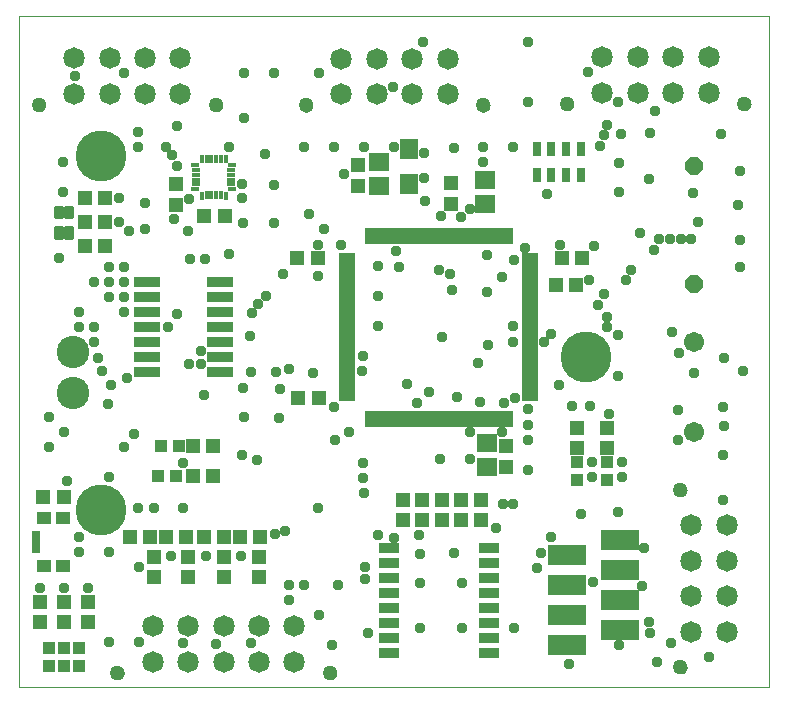
<source format=gts>
G75*
%MOIN*%
%OFA0B0*%
%FSLAX25Y25*%
%IPPOS*%
%LPD*%
%AMOC8*
5,1,8,0,0,1.08239X$1,22.5*
%
%ADD10C,0.00000*%
%ADD11R,0.03950X0.03950*%
%ADD12C,0.06706*%
%ADD13R,0.05052X0.04934*%
%ADD14R,0.07099X0.05918*%
%ADD15R,0.04934X0.05052*%
%ADD16C,0.01593*%
%ADD17R,0.08800X0.03400*%
%ADD18R,0.04737X0.05131*%
%ADD19R,0.05131X0.04737*%
%ADD20C,0.10800*%
%ADD21R,0.06800X0.03300*%
%ADD22R,0.03162X0.05131*%
%ADD23OC8,0.05950*%
%ADD24R,0.12611X0.06706*%
%ADD25R,0.01780X0.00414*%
%ADD26R,0.00414X0.01790*%
%ADD27R,0.01796X0.00398*%
%ADD28R,0.00404X0.01778*%
%ADD29R,0.00413X0.01781*%
%ADD30R,0.01799X0.00425*%
%ADD31R,0.00409X0.01784*%
%ADD32R,0.01778X0.00402*%
%ADD33R,0.01784X0.02749*%
%ADD34R,0.01784X0.03162*%
%ADD35R,0.02749X0.01784*%
%ADD36R,0.03162X0.01784*%
%ADD37R,0.04737X0.04343*%
%ADD38R,0.02965X0.07493*%
%ADD39R,0.06312X0.07099*%
%ADD40R,0.01981X0.05524*%
%ADD41R,0.05524X0.01981*%
%ADD42C,0.07178*%
%ADD43C,0.05013*%
%ADD44C,0.03778*%
%ADD45C,0.17005*%
D10*
X0043720Y0026800D02*
X0043720Y0250501D01*
X0293641Y0250501D01*
X0293641Y0026800D01*
X0043720Y0026800D01*
X0074468Y0031564D02*
X0074470Y0031655D01*
X0074476Y0031746D01*
X0074486Y0031837D01*
X0074500Y0031927D01*
X0074517Y0032017D01*
X0074539Y0032105D01*
X0074564Y0032193D01*
X0074593Y0032280D01*
X0074626Y0032365D01*
X0074663Y0032448D01*
X0074703Y0032530D01*
X0074746Y0032610D01*
X0074793Y0032689D01*
X0074844Y0032765D01*
X0074897Y0032838D01*
X0074954Y0032910D01*
X0075014Y0032979D01*
X0075077Y0033045D01*
X0075142Y0033109D01*
X0075211Y0033169D01*
X0075281Y0033227D01*
X0075355Y0033281D01*
X0075430Y0033332D01*
X0075508Y0033380D01*
X0075588Y0033425D01*
X0075669Y0033466D01*
X0075752Y0033503D01*
X0075837Y0033537D01*
X0075923Y0033567D01*
X0076011Y0033593D01*
X0076099Y0033616D01*
X0076188Y0033634D01*
X0076278Y0033649D01*
X0076369Y0033660D01*
X0076460Y0033667D01*
X0076551Y0033670D01*
X0076642Y0033669D01*
X0076734Y0033664D01*
X0076824Y0033655D01*
X0076915Y0033642D01*
X0077004Y0033626D01*
X0077093Y0033605D01*
X0077181Y0033581D01*
X0077268Y0033552D01*
X0077354Y0033520D01*
X0077438Y0033485D01*
X0077520Y0033446D01*
X0077601Y0033403D01*
X0077679Y0033357D01*
X0077756Y0033307D01*
X0077830Y0033254D01*
X0077902Y0033198D01*
X0077972Y0033139D01*
X0078039Y0033077D01*
X0078103Y0033012D01*
X0078164Y0032945D01*
X0078223Y0032875D01*
X0078278Y0032802D01*
X0078330Y0032727D01*
X0078379Y0032650D01*
X0078424Y0032571D01*
X0078466Y0032489D01*
X0078504Y0032407D01*
X0078539Y0032322D01*
X0078570Y0032236D01*
X0078597Y0032149D01*
X0078620Y0032061D01*
X0078640Y0031972D01*
X0078656Y0031882D01*
X0078668Y0031792D01*
X0078676Y0031701D01*
X0078680Y0031610D01*
X0078680Y0031518D01*
X0078676Y0031427D01*
X0078668Y0031336D01*
X0078656Y0031246D01*
X0078640Y0031156D01*
X0078620Y0031067D01*
X0078597Y0030979D01*
X0078570Y0030892D01*
X0078539Y0030806D01*
X0078504Y0030721D01*
X0078466Y0030639D01*
X0078424Y0030557D01*
X0078379Y0030478D01*
X0078330Y0030401D01*
X0078278Y0030326D01*
X0078223Y0030253D01*
X0078164Y0030183D01*
X0078103Y0030116D01*
X0078039Y0030051D01*
X0077972Y0029989D01*
X0077902Y0029930D01*
X0077830Y0029874D01*
X0077756Y0029821D01*
X0077679Y0029771D01*
X0077601Y0029725D01*
X0077520Y0029682D01*
X0077438Y0029643D01*
X0077354Y0029608D01*
X0077268Y0029576D01*
X0077181Y0029547D01*
X0077093Y0029523D01*
X0077004Y0029502D01*
X0076915Y0029486D01*
X0076824Y0029473D01*
X0076734Y0029464D01*
X0076642Y0029459D01*
X0076551Y0029458D01*
X0076460Y0029461D01*
X0076369Y0029468D01*
X0076278Y0029479D01*
X0076188Y0029494D01*
X0076099Y0029512D01*
X0076011Y0029535D01*
X0075923Y0029561D01*
X0075837Y0029591D01*
X0075752Y0029625D01*
X0075669Y0029662D01*
X0075588Y0029703D01*
X0075508Y0029748D01*
X0075430Y0029796D01*
X0075355Y0029847D01*
X0075281Y0029901D01*
X0075211Y0029959D01*
X0075142Y0030019D01*
X0075077Y0030083D01*
X0075014Y0030149D01*
X0074954Y0030218D01*
X0074897Y0030290D01*
X0074844Y0030363D01*
X0074793Y0030439D01*
X0074746Y0030518D01*
X0074703Y0030598D01*
X0074663Y0030680D01*
X0074626Y0030763D01*
X0074593Y0030848D01*
X0074564Y0030935D01*
X0074539Y0031023D01*
X0074517Y0031111D01*
X0074500Y0031201D01*
X0074486Y0031291D01*
X0074476Y0031382D01*
X0074470Y0031473D01*
X0074468Y0031564D01*
X0145334Y0031564D02*
X0145336Y0031655D01*
X0145342Y0031746D01*
X0145352Y0031837D01*
X0145366Y0031927D01*
X0145383Y0032017D01*
X0145405Y0032105D01*
X0145430Y0032193D01*
X0145459Y0032280D01*
X0145492Y0032365D01*
X0145529Y0032448D01*
X0145569Y0032530D01*
X0145612Y0032610D01*
X0145659Y0032689D01*
X0145710Y0032765D01*
X0145763Y0032838D01*
X0145820Y0032910D01*
X0145880Y0032979D01*
X0145943Y0033045D01*
X0146008Y0033109D01*
X0146077Y0033169D01*
X0146147Y0033227D01*
X0146221Y0033281D01*
X0146296Y0033332D01*
X0146374Y0033380D01*
X0146454Y0033425D01*
X0146535Y0033466D01*
X0146618Y0033503D01*
X0146703Y0033537D01*
X0146789Y0033567D01*
X0146877Y0033593D01*
X0146965Y0033616D01*
X0147054Y0033634D01*
X0147144Y0033649D01*
X0147235Y0033660D01*
X0147326Y0033667D01*
X0147417Y0033670D01*
X0147508Y0033669D01*
X0147600Y0033664D01*
X0147690Y0033655D01*
X0147781Y0033642D01*
X0147870Y0033626D01*
X0147959Y0033605D01*
X0148047Y0033581D01*
X0148134Y0033552D01*
X0148220Y0033520D01*
X0148304Y0033485D01*
X0148386Y0033446D01*
X0148467Y0033403D01*
X0148545Y0033357D01*
X0148622Y0033307D01*
X0148696Y0033254D01*
X0148768Y0033198D01*
X0148838Y0033139D01*
X0148905Y0033077D01*
X0148969Y0033012D01*
X0149030Y0032945D01*
X0149089Y0032875D01*
X0149144Y0032802D01*
X0149196Y0032727D01*
X0149245Y0032650D01*
X0149290Y0032571D01*
X0149332Y0032489D01*
X0149370Y0032407D01*
X0149405Y0032322D01*
X0149436Y0032236D01*
X0149463Y0032149D01*
X0149486Y0032061D01*
X0149506Y0031972D01*
X0149522Y0031882D01*
X0149534Y0031792D01*
X0149542Y0031701D01*
X0149546Y0031610D01*
X0149546Y0031518D01*
X0149542Y0031427D01*
X0149534Y0031336D01*
X0149522Y0031246D01*
X0149506Y0031156D01*
X0149486Y0031067D01*
X0149463Y0030979D01*
X0149436Y0030892D01*
X0149405Y0030806D01*
X0149370Y0030721D01*
X0149332Y0030639D01*
X0149290Y0030557D01*
X0149245Y0030478D01*
X0149196Y0030401D01*
X0149144Y0030326D01*
X0149089Y0030253D01*
X0149030Y0030183D01*
X0148969Y0030116D01*
X0148905Y0030051D01*
X0148838Y0029989D01*
X0148768Y0029930D01*
X0148696Y0029874D01*
X0148622Y0029821D01*
X0148545Y0029771D01*
X0148467Y0029725D01*
X0148386Y0029682D01*
X0148304Y0029643D01*
X0148220Y0029608D01*
X0148134Y0029576D01*
X0148047Y0029547D01*
X0147959Y0029523D01*
X0147870Y0029502D01*
X0147781Y0029486D01*
X0147690Y0029473D01*
X0147600Y0029464D01*
X0147508Y0029459D01*
X0147417Y0029458D01*
X0147326Y0029461D01*
X0147235Y0029468D01*
X0147144Y0029479D01*
X0147054Y0029494D01*
X0146965Y0029512D01*
X0146877Y0029535D01*
X0146789Y0029561D01*
X0146703Y0029591D01*
X0146618Y0029625D01*
X0146535Y0029662D01*
X0146454Y0029703D01*
X0146374Y0029748D01*
X0146296Y0029796D01*
X0146221Y0029847D01*
X0146147Y0029901D01*
X0146077Y0029959D01*
X0146008Y0030019D01*
X0145943Y0030083D01*
X0145880Y0030149D01*
X0145820Y0030218D01*
X0145763Y0030290D01*
X0145710Y0030363D01*
X0145659Y0030439D01*
X0145612Y0030518D01*
X0145569Y0030598D01*
X0145529Y0030680D01*
X0145492Y0030763D01*
X0145459Y0030848D01*
X0145430Y0030935D01*
X0145405Y0031023D01*
X0145383Y0031111D01*
X0145366Y0031201D01*
X0145352Y0031291D01*
X0145342Y0031382D01*
X0145336Y0031473D01*
X0145334Y0031564D01*
X0262102Y0033489D02*
X0262104Y0033580D01*
X0262110Y0033671D01*
X0262120Y0033762D01*
X0262134Y0033852D01*
X0262151Y0033942D01*
X0262173Y0034030D01*
X0262198Y0034118D01*
X0262227Y0034205D01*
X0262260Y0034290D01*
X0262297Y0034373D01*
X0262337Y0034455D01*
X0262380Y0034535D01*
X0262427Y0034614D01*
X0262478Y0034690D01*
X0262531Y0034763D01*
X0262588Y0034835D01*
X0262648Y0034904D01*
X0262711Y0034970D01*
X0262776Y0035034D01*
X0262845Y0035094D01*
X0262915Y0035152D01*
X0262989Y0035206D01*
X0263064Y0035257D01*
X0263142Y0035305D01*
X0263222Y0035350D01*
X0263303Y0035391D01*
X0263386Y0035428D01*
X0263471Y0035462D01*
X0263557Y0035492D01*
X0263645Y0035518D01*
X0263733Y0035541D01*
X0263822Y0035559D01*
X0263912Y0035574D01*
X0264003Y0035585D01*
X0264094Y0035592D01*
X0264185Y0035595D01*
X0264276Y0035594D01*
X0264368Y0035589D01*
X0264458Y0035580D01*
X0264549Y0035567D01*
X0264638Y0035551D01*
X0264727Y0035530D01*
X0264815Y0035506D01*
X0264902Y0035477D01*
X0264988Y0035445D01*
X0265072Y0035410D01*
X0265154Y0035371D01*
X0265235Y0035328D01*
X0265313Y0035282D01*
X0265390Y0035232D01*
X0265464Y0035179D01*
X0265536Y0035123D01*
X0265606Y0035064D01*
X0265673Y0035002D01*
X0265737Y0034937D01*
X0265798Y0034870D01*
X0265857Y0034800D01*
X0265912Y0034727D01*
X0265964Y0034652D01*
X0266013Y0034575D01*
X0266058Y0034496D01*
X0266100Y0034414D01*
X0266138Y0034332D01*
X0266173Y0034247D01*
X0266204Y0034161D01*
X0266231Y0034074D01*
X0266254Y0033986D01*
X0266274Y0033897D01*
X0266290Y0033807D01*
X0266302Y0033717D01*
X0266310Y0033626D01*
X0266314Y0033535D01*
X0266314Y0033443D01*
X0266310Y0033352D01*
X0266302Y0033261D01*
X0266290Y0033171D01*
X0266274Y0033081D01*
X0266254Y0032992D01*
X0266231Y0032904D01*
X0266204Y0032817D01*
X0266173Y0032731D01*
X0266138Y0032646D01*
X0266100Y0032564D01*
X0266058Y0032482D01*
X0266013Y0032403D01*
X0265964Y0032326D01*
X0265912Y0032251D01*
X0265857Y0032178D01*
X0265798Y0032108D01*
X0265737Y0032041D01*
X0265673Y0031976D01*
X0265606Y0031914D01*
X0265536Y0031855D01*
X0265464Y0031799D01*
X0265390Y0031746D01*
X0265313Y0031696D01*
X0265235Y0031650D01*
X0265154Y0031607D01*
X0265072Y0031568D01*
X0264988Y0031533D01*
X0264902Y0031501D01*
X0264815Y0031472D01*
X0264727Y0031448D01*
X0264638Y0031427D01*
X0264549Y0031411D01*
X0264458Y0031398D01*
X0264368Y0031389D01*
X0264276Y0031384D01*
X0264185Y0031383D01*
X0264094Y0031386D01*
X0264003Y0031393D01*
X0263912Y0031404D01*
X0263822Y0031419D01*
X0263733Y0031437D01*
X0263645Y0031460D01*
X0263557Y0031486D01*
X0263471Y0031516D01*
X0263386Y0031550D01*
X0263303Y0031587D01*
X0263222Y0031628D01*
X0263142Y0031673D01*
X0263064Y0031721D01*
X0262989Y0031772D01*
X0262915Y0031826D01*
X0262845Y0031884D01*
X0262776Y0031944D01*
X0262711Y0032008D01*
X0262648Y0032074D01*
X0262588Y0032143D01*
X0262531Y0032215D01*
X0262478Y0032288D01*
X0262427Y0032364D01*
X0262380Y0032443D01*
X0262337Y0032523D01*
X0262297Y0032605D01*
X0262260Y0032688D01*
X0262227Y0032773D01*
X0262198Y0032860D01*
X0262173Y0032948D01*
X0262151Y0033036D01*
X0262134Y0033126D01*
X0262120Y0033216D01*
X0262110Y0033307D01*
X0262104Y0033398D01*
X0262102Y0033489D01*
X0262102Y0092544D02*
X0262104Y0092635D01*
X0262110Y0092726D01*
X0262120Y0092817D01*
X0262134Y0092907D01*
X0262151Y0092997D01*
X0262173Y0093085D01*
X0262198Y0093173D01*
X0262227Y0093260D01*
X0262260Y0093345D01*
X0262297Y0093428D01*
X0262337Y0093510D01*
X0262380Y0093590D01*
X0262427Y0093669D01*
X0262478Y0093745D01*
X0262531Y0093818D01*
X0262588Y0093890D01*
X0262648Y0093959D01*
X0262711Y0094025D01*
X0262776Y0094089D01*
X0262845Y0094149D01*
X0262915Y0094207D01*
X0262989Y0094261D01*
X0263064Y0094312D01*
X0263142Y0094360D01*
X0263222Y0094405D01*
X0263303Y0094446D01*
X0263386Y0094483D01*
X0263471Y0094517D01*
X0263557Y0094547D01*
X0263645Y0094573D01*
X0263733Y0094596D01*
X0263822Y0094614D01*
X0263912Y0094629D01*
X0264003Y0094640D01*
X0264094Y0094647D01*
X0264185Y0094650D01*
X0264276Y0094649D01*
X0264368Y0094644D01*
X0264458Y0094635D01*
X0264549Y0094622D01*
X0264638Y0094606D01*
X0264727Y0094585D01*
X0264815Y0094561D01*
X0264902Y0094532D01*
X0264988Y0094500D01*
X0265072Y0094465D01*
X0265154Y0094426D01*
X0265235Y0094383D01*
X0265313Y0094337D01*
X0265390Y0094287D01*
X0265464Y0094234D01*
X0265536Y0094178D01*
X0265606Y0094119D01*
X0265673Y0094057D01*
X0265737Y0093992D01*
X0265798Y0093925D01*
X0265857Y0093855D01*
X0265912Y0093782D01*
X0265964Y0093707D01*
X0266013Y0093630D01*
X0266058Y0093551D01*
X0266100Y0093469D01*
X0266138Y0093387D01*
X0266173Y0093302D01*
X0266204Y0093216D01*
X0266231Y0093129D01*
X0266254Y0093041D01*
X0266274Y0092952D01*
X0266290Y0092862D01*
X0266302Y0092772D01*
X0266310Y0092681D01*
X0266314Y0092590D01*
X0266314Y0092498D01*
X0266310Y0092407D01*
X0266302Y0092316D01*
X0266290Y0092226D01*
X0266274Y0092136D01*
X0266254Y0092047D01*
X0266231Y0091959D01*
X0266204Y0091872D01*
X0266173Y0091786D01*
X0266138Y0091701D01*
X0266100Y0091619D01*
X0266058Y0091537D01*
X0266013Y0091458D01*
X0265964Y0091381D01*
X0265912Y0091306D01*
X0265857Y0091233D01*
X0265798Y0091163D01*
X0265737Y0091096D01*
X0265673Y0091031D01*
X0265606Y0090969D01*
X0265536Y0090910D01*
X0265464Y0090854D01*
X0265390Y0090801D01*
X0265313Y0090751D01*
X0265235Y0090705D01*
X0265154Y0090662D01*
X0265072Y0090623D01*
X0264988Y0090588D01*
X0264902Y0090556D01*
X0264815Y0090527D01*
X0264727Y0090503D01*
X0264638Y0090482D01*
X0264549Y0090466D01*
X0264458Y0090453D01*
X0264368Y0090444D01*
X0264276Y0090439D01*
X0264185Y0090438D01*
X0264094Y0090441D01*
X0264003Y0090448D01*
X0263912Y0090459D01*
X0263822Y0090474D01*
X0263733Y0090492D01*
X0263645Y0090515D01*
X0263557Y0090541D01*
X0263471Y0090571D01*
X0263386Y0090605D01*
X0263303Y0090642D01*
X0263222Y0090683D01*
X0263142Y0090728D01*
X0263064Y0090776D01*
X0262989Y0090827D01*
X0262915Y0090881D01*
X0262845Y0090939D01*
X0262776Y0090999D01*
X0262711Y0091063D01*
X0262648Y0091129D01*
X0262588Y0091198D01*
X0262531Y0091270D01*
X0262478Y0091343D01*
X0262427Y0091419D01*
X0262380Y0091498D01*
X0262337Y0091578D01*
X0262297Y0091660D01*
X0262260Y0091743D01*
X0262227Y0091828D01*
X0262198Y0091915D01*
X0262173Y0092003D01*
X0262151Y0092091D01*
X0262134Y0092181D01*
X0262120Y0092271D01*
X0262110Y0092362D01*
X0262104Y0092453D01*
X0262102Y0092544D01*
X0196425Y0220788D02*
X0196427Y0220879D01*
X0196433Y0220970D01*
X0196443Y0221061D01*
X0196457Y0221151D01*
X0196474Y0221241D01*
X0196496Y0221329D01*
X0196521Y0221417D01*
X0196550Y0221504D01*
X0196583Y0221589D01*
X0196620Y0221672D01*
X0196660Y0221754D01*
X0196703Y0221834D01*
X0196750Y0221913D01*
X0196801Y0221989D01*
X0196854Y0222062D01*
X0196911Y0222134D01*
X0196971Y0222203D01*
X0197034Y0222269D01*
X0197099Y0222333D01*
X0197168Y0222393D01*
X0197238Y0222451D01*
X0197312Y0222505D01*
X0197387Y0222556D01*
X0197465Y0222604D01*
X0197545Y0222649D01*
X0197626Y0222690D01*
X0197709Y0222727D01*
X0197794Y0222761D01*
X0197880Y0222791D01*
X0197968Y0222817D01*
X0198056Y0222840D01*
X0198145Y0222858D01*
X0198235Y0222873D01*
X0198326Y0222884D01*
X0198417Y0222891D01*
X0198508Y0222894D01*
X0198599Y0222893D01*
X0198691Y0222888D01*
X0198781Y0222879D01*
X0198872Y0222866D01*
X0198961Y0222850D01*
X0199050Y0222829D01*
X0199138Y0222805D01*
X0199225Y0222776D01*
X0199311Y0222744D01*
X0199395Y0222709D01*
X0199477Y0222670D01*
X0199558Y0222627D01*
X0199636Y0222581D01*
X0199713Y0222531D01*
X0199787Y0222478D01*
X0199859Y0222422D01*
X0199929Y0222363D01*
X0199996Y0222301D01*
X0200060Y0222236D01*
X0200121Y0222169D01*
X0200180Y0222099D01*
X0200235Y0222026D01*
X0200287Y0221951D01*
X0200336Y0221874D01*
X0200381Y0221795D01*
X0200423Y0221713D01*
X0200461Y0221631D01*
X0200496Y0221546D01*
X0200527Y0221460D01*
X0200554Y0221373D01*
X0200577Y0221285D01*
X0200597Y0221196D01*
X0200613Y0221106D01*
X0200625Y0221016D01*
X0200633Y0220925D01*
X0200637Y0220834D01*
X0200637Y0220742D01*
X0200633Y0220651D01*
X0200625Y0220560D01*
X0200613Y0220470D01*
X0200597Y0220380D01*
X0200577Y0220291D01*
X0200554Y0220203D01*
X0200527Y0220116D01*
X0200496Y0220030D01*
X0200461Y0219945D01*
X0200423Y0219863D01*
X0200381Y0219781D01*
X0200336Y0219702D01*
X0200287Y0219625D01*
X0200235Y0219550D01*
X0200180Y0219477D01*
X0200121Y0219407D01*
X0200060Y0219340D01*
X0199996Y0219275D01*
X0199929Y0219213D01*
X0199859Y0219154D01*
X0199787Y0219098D01*
X0199713Y0219045D01*
X0199636Y0218995D01*
X0199558Y0218949D01*
X0199477Y0218906D01*
X0199395Y0218867D01*
X0199311Y0218832D01*
X0199225Y0218800D01*
X0199138Y0218771D01*
X0199050Y0218747D01*
X0198961Y0218726D01*
X0198872Y0218710D01*
X0198781Y0218697D01*
X0198691Y0218688D01*
X0198599Y0218683D01*
X0198508Y0218682D01*
X0198417Y0218685D01*
X0198326Y0218692D01*
X0198235Y0218703D01*
X0198145Y0218718D01*
X0198056Y0218736D01*
X0197968Y0218759D01*
X0197880Y0218785D01*
X0197794Y0218815D01*
X0197709Y0218849D01*
X0197626Y0218886D01*
X0197545Y0218927D01*
X0197465Y0218972D01*
X0197387Y0219020D01*
X0197312Y0219071D01*
X0197238Y0219125D01*
X0197168Y0219183D01*
X0197099Y0219243D01*
X0197034Y0219307D01*
X0196971Y0219373D01*
X0196911Y0219442D01*
X0196854Y0219514D01*
X0196801Y0219587D01*
X0196750Y0219663D01*
X0196703Y0219742D01*
X0196660Y0219822D01*
X0196620Y0219904D01*
X0196583Y0219987D01*
X0196550Y0220072D01*
X0196521Y0220159D01*
X0196496Y0220247D01*
X0196474Y0220335D01*
X0196457Y0220425D01*
X0196443Y0220515D01*
X0196433Y0220606D01*
X0196427Y0220697D01*
X0196425Y0220788D01*
X0224369Y0221288D02*
X0224371Y0221379D01*
X0224377Y0221470D01*
X0224387Y0221561D01*
X0224401Y0221651D01*
X0224418Y0221741D01*
X0224440Y0221829D01*
X0224465Y0221917D01*
X0224494Y0222004D01*
X0224527Y0222089D01*
X0224564Y0222172D01*
X0224604Y0222254D01*
X0224647Y0222334D01*
X0224694Y0222413D01*
X0224745Y0222489D01*
X0224798Y0222562D01*
X0224855Y0222634D01*
X0224915Y0222703D01*
X0224978Y0222769D01*
X0225043Y0222833D01*
X0225112Y0222893D01*
X0225182Y0222951D01*
X0225256Y0223005D01*
X0225331Y0223056D01*
X0225409Y0223104D01*
X0225489Y0223149D01*
X0225570Y0223190D01*
X0225653Y0223227D01*
X0225738Y0223261D01*
X0225824Y0223291D01*
X0225912Y0223317D01*
X0226000Y0223340D01*
X0226089Y0223358D01*
X0226179Y0223373D01*
X0226270Y0223384D01*
X0226361Y0223391D01*
X0226452Y0223394D01*
X0226543Y0223393D01*
X0226635Y0223388D01*
X0226725Y0223379D01*
X0226816Y0223366D01*
X0226905Y0223350D01*
X0226994Y0223329D01*
X0227082Y0223305D01*
X0227169Y0223276D01*
X0227255Y0223244D01*
X0227339Y0223209D01*
X0227421Y0223170D01*
X0227502Y0223127D01*
X0227580Y0223081D01*
X0227657Y0223031D01*
X0227731Y0222978D01*
X0227803Y0222922D01*
X0227873Y0222863D01*
X0227940Y0222801D01*
X0228004Y0222736D01*
X0228065Y0222669D01*
X0228124Y0222599D01*
X0228179Y0222526D01*
X0228231Y0222451D01*
X0228280Y0222374D01*
X0228325Y0222295D01*
X0228367Y0222213D01*
X0228405Y0222131D01*
X0228440Y0222046D01*
X0228471Y0221960D01*
X0228498Y0221873D01*
X0228521Y0221785D01*
X0228541Y0221696D01*
X0228557Y0221606D01*
X0228569Y0221516D01*
X0228577Y0221425D01*
X0228581Y0221334D01*
X0228581Y0221242D01*
X0228577Y0221151D01*
X0228569Y0221060D01*
X0228557Y0220970D01*
X0228541Y0220880D01*
X0228521Y0220791D01*
X0228498Y0220703D01*
X0228471Y0220616D01*
X0228440Y0220530D01*
X0228405Y0220445D01*
X0228367Y0220363D01*
X0228325Y0220281D01*
X0228280Y0220202D01*
X0228231Y0220125D01*
X0228179Y0220050D01*
X0228124Y0219977D01*
X0228065Y0219907D01*
X0228004Y0219840D01*
X0227940Y0219775D01*
X0227873Y0219713D01*
X0227803Y0219654D01*
X0227731Y0219598D01*
X0227657Y0219545D01*
X0227580Y0219495D01*
X0227502Y0219449D01*
X0227421Y0219406D01*
X0227339Y0219367D01*
X0227255Y0219332D01*
X0227169Y0219300D01*
X0227082Y0219271D01*
X0226994Y0219247D01*
X0226905Y0219226D01*
X0226816Y0219210D01*
X0226725Y0219197D01*
X0226635Y0219188D01*
X0226543Y0219183D01*
X0226452Y0219182D01*
X0226361Y0219185D01*
X0226270Y0219192D01*
X0226179Y0219203D01*
X0226089Y0219218D01*
X0226000Y0219236D01*
X0225912Y0219259D01*
X0225824Y0219285D01*
X0225738Y0219315D01*
X0225653Y0219349D01*
X0225570Y0219386D01*
X0225489Y0219427D01*
X0225409Y0219472D01*
X0225331Y0219520D01*
X0225256Y0219571D01*
X0225182Y0219625D01*
X0225112Y0219683D01*
X0225043Y0219743D01*
X0224978Y0219807D01*
X0224915Y0219873D01*
X0224855Y0219942D01*
X0224798Y0220014D01*
X0224745Y0220087D01*
X0224694Y0220163D01*
X0224647Y0220242D01*
X0224604Y0220322D01*
X0224564Y0220404D01*
X0224527Y0220487D01*
X0224494Y0220572D01*
X0224465Y0220659D01*
X0224440Y0220747D01*
X0224418Y0220835D01*
X0224401Y0220925D01*
X0224387Y0221015D01*
X0224377Y0221106D01*
X0224371Y0221197D01*
X0224369Y0221288D01*
X0283425Y0221288D02*
X0283427Y0221379D01*
X0283433Y0221470D01*
X0283443Y0221561D01*
X0283457Y0221651D01*
X0283474Y0221741D01*
X0283496Y0221829D01*
X0283521Y0221917D01*
X0283550Y0222004D01*
X0283583Y0222089D01*
X0283620Y0222172D01*
X0283660Y0222254D01*
X0283703Y0222334D01*
X0283750Y0222413D01*
X0283801Y0222489D01*
X0283854Y0222562D01*
X0283911Y0222634D01*
X0283971Y0222703D01*
X0284034Y0222769D01*
X0284099Y0222833D01*
X0284168Y0222893D01*
X0284238Y0222951D01*
X0284312Y0223005D01*
X0284387Y0223056D01*
X0284465Y0223104D01*
X0284545Y0223149D01*
X0284626Y0223190D01*
X0284709Y0223227D01*
X0284794Y0223261D01*
X0284880Y0223291D01*
X0284968Y0223317D01*
X0285056Y0223340D01*
X0285145Y0223358D01*
X0285235Y0223373D01*
X0285326Y0223384D01*
X0285417Y0223391D01*
X0285508Y0223394D01*
X0285599Y0223393D01*
X0285691Y0223388D01*
X0285781Y0223379D01*
X0285872Y0223366D01*
X0285961Y0223350D01*
X0286050Y0223329D01*
X0286138Y0223305D01*
X0286225Y0223276D01*
X0286311Y0223244D01*
X0286395Y0223209D01*
X0286477Y0223170D01*
X0286558Y0223127D01*
X0286636Y0223081D01*
X0286713Y0223031D01*
X0286787Y0222978D01*
X0286859Y0222922D01*
X0286929Y0222863D01*
X0286996Y0222801D01*
X0287060Y0222736D01*
X0287121Y0222669D01*
X0287180Y0222599D01*
X0287235Y0222526D01*
X0287287Y0222451D01*
X0287336Y0222374D01*
X0287381Y0222295D01*
X0287423Y0222213D01*
X0287461Y0222131D01*
X0287496Y0222046D01*
X0287527Y0221960D01*
X0287554Y0221873D01*
X0287577Y0221785D01*
X0287597Y0221696D01*
X0287613Y0221606D01*
X0287625Y0221516D01*
X0287633Y0221425D01*
X0287637Y0221334D01*
X0287637Y0221242D01*
X0287633Y0221151D01*
X0287625Y0221060D01*
X0287613Y0220970D01*
X0287597Y0220880D01*
X0287577Y0220791D01*
X0287554Y0220703D01*
X0287527Y0220616D01*
X0287496Y0220530D01*
X0287461Y0220445D01*
X0287423Y0220363D01*
X0287381Y0220281D01*
X0287336Y0220202D01*
X0287287Y0220125D01*
X0287235Y0220050D01*
X0287180Y0219977D01*
X0287121Y0219907D01*
X0287060Y0219840D01*
X0286996Y0219775D01*
X0286929Y0219713D01*
X0286859Y0219654D01*
X0286787Y0219598D01*
X0286713Y0219545D01*
X0286636Y0219495D01*
X0286558Y0219449D01*
X0286477Y0219406D01*
X0286395Y0219367D01*
X0286311Y0219332D01*
X0286225Y0219300D01*
X0286138Y0219271D01*
X0286050Y0219247D01*
X0285961Y0219226D01*
X0285872Y0219210D01*
X0285781Y0219197D01*
X0285691Y0219188D01*
X0285599Y0219183D01*
X0285508Y0219182D01*
X0285417Y0219185D01*
X0285326Y0219192D01*
X0285235Y0219203D01*
X0285145Y0219218D01*
X0285056Y0219236D01*
X0284968Y0219259D01*
X0284880Y0219285D01*
X0284794Y0219315D01*
X0284709Y0219349D01*
X0284626Y0219386D01*
X0284545Y0219427D01*
X0284465Y0219472D01*
X0284387Y0219520D01*
X0284312Y0219571D01*
X0284238Y0219625D01*
X0284168Y0219683D01*
X0284099Y0219743D01*
X0284034Y0219807D01*
X0283971Y0219873D01*
X0283911Y0219942D01*
X0283854Y0220014D01*
X0283801Y0220087D01*
X0283750Y0220163D01*
X0283703Y0220242D01*
X0283660Y0220322D01*
X0283620Y0220404D01*
X0283583Y0220487D01*
X0283550Y0220572D01*
X0283521Y0220659D01*
X0283496Y0220747D01*
X0283474Y0220835D01*
X0283457Y0220925D01*
X0283443Y0221015D01*
X0283433Y0221106D01*
X0283427Y0221197D01*
X0283425Y0221288D01*
X0137369Y0220788D02*
X0137371Y0220879D01*
X0137377Y0220970D01*
X0137387Y0221061D01*
X0137401Y0221151D01*
X0137418Y0221241D01*
X0137440Y0221329D01*
X0137465Y0221417D01*
X0137494Y0221504D01*
X0137527Y0221589D01*
X0137564Y0221672D01*
X0137604Y0221754D01*
X0137647Y0221834D01*
X0137694Y0221913D01*
X0137745Y0221989D01*
X0137798Y0222062D01*
X0137855Y0222134D01*
X0137915Y0222203D01*
X0137978Y0222269D01*
X0138043Y0222333D01*
X0138112Y0222393D01*
X0138182Y0222451D01*
X0138256Y0222505D01*
X0138331Y0222556D01*
X0138409Y0222604D01*
X0138489Y0222649D01*
X0138570Y0222690D01*
X0138653Y0222727D01*
X0138738Y0222761D01*
X0138824Y0222791D01*
X0138912Y0222817D01*
X0139000Y0222840D01*
X0139089Y0222858D01*
X0139179Y0222873D01*
X0139270Y0222884D01*
X0139361Y0222891D01*
X0139452Y0222894D01*
X0139543Y0222893D01*
X0139635Y0222888D01*
X0139725Y0222879D01*
X0139816Y0222866D01*
X0139905Y0222850D01*
X0139994Y0222829D01*
X0140082Y0222805D01*
X0140169Y0222776D01*
X0140255Y0222744D01*
X0140339Y0222709D01*
X0140421Y0222670D01*
X0140502Y0222627D01*
X0140580Y0222581D01*
X0140657Y0222531D01*
X0140731Y0222478D01*
X0140803Y0222422D01*
X0140873Y0222363D01*
X0140940Y0222301D01*
X0141004Y0222236D01*
X0141065Y0222169D01*
X0141124Y0222099D01*
X0141179Y0222026D01*
X0141231Y0221951D01*
X0141280Y0221874D01*
X0141325Y0221795D01*
X0141367Y0221713D01*
X0141405Y0221631D01*
X0141440Y0221546D01*
X0141471Y0221460D01*
X0141498Y0221373D01*
X0141521Y0221285D01*
X0141541Y0221196D01*
X0141557Y0221106D01*
X0141569Y0221016D01*
X0141577Y0220925D01*
X0141581Y0220834D01*
X0141581Y0220742D01*
X0141577Y0220651D01*
X0141569Y0220560D01*
X0141557Y0220470D01*
X0141541Y0220380D01*
X0141521Y0220291D01*
X0141498Y0220203D01*
X0141471Y0220116D01*
X0141440Y0220030D01*
X0141405Y0219945D01*
X0141367Y0219863D01*
X0141325Y0219781D01*
X0141280Y0219702D01*
X0141231Y0219625D01*
X0141179Y0219550D01*
X0141124Y0219477D01*
X0141065Y0219407D01*
X0141004Y0219340D01*
X0140940Y0219275D01*
X0140873Y0219213D01*
X0140803Y0219154D01*
X0140731Y0219098D01*
X0140657Y0219045D01*
X0140580Y0218995D01*
X0140502Y0218949D01*
X0140421Y0218906D01*
X0140339Y0218867D01*
X0140255Y0218832D01*
X0140169Y0218800D01*
X0140082Y0218771D01*
X0139994Y0218747D01*
X0139905Y0218726D01*
X0139816Y0218710D01*
X0139725Y0218697D01*
X0139635Y0218688D01*
X0139543Y0218683D01*
X0139452Y0218682D01*
X0139361Y0218685D01*
X0139270Y0218692D01*
X0139179Y0218703D01*
X0139089Y0218718D01*
X0139000Y0218736D01*
X0138912Y0218759D01*
X0138824Y0218785D01*
X0138738Y0218815D01*
X0138653Y0218849D01*
X0138570Y0218886D01*
X0138489Y0218927D01*
X0138409Y0218972D01*
X0138331Y0219020D01*
X0138256Y0219071D01*
X0138182Y0219125D01*
X0138112Y0219183D01*
X0138043Y0219243D01*
X0137978Y0219307D01*
X0137915Y0219373D01*
X0137855Y0219442D01*
X0137798Y0219514D01*
X0137745Y0219587D01*
X0137694Y0219663D01*
X0137647Y0219742D01*
X0137604Y0219822D01*
X0137564Y0219904D01*
X0137527Y0219987D01*
X0137494Y0220072D01*
X0137465Y0220159D01*
X0137440Y0220247D01*
X0137418Y0220335D01*
X0137401Y0220425D01*
X0137387Y0220515D01*
X0137377Y0220606D01*
X0137371Y0220697D01*
X0137369Y0220788D01*
X0107325Y0220888D02*
X0107327Y0220979D01*
X0107333Y0221070D01*
X0107343Y0221161D01*
X0107357Y0221251D01*
X0107374Y0221341D01*
X0107396Y0221429D01*
X0107421Y0221517D01*
X0107450Y0221604D01*
X0107483Y0221689D01*
X0107520Y0221772D01*
X0107560Y0221854D01*
X0107603Y0221934D01*
X0107650Y0222013D01*
X0107701Y0222089D01*
X0107754Y0222162D01*
X0107811Y0222234D01*
X0107871Y0222303D01*
X0107934Y0222369D01*
X0107999Y0222433D01*
X0108068Y0222493D01*
X0108138Y0222551D01*
X0108212Y0222605D01*
X0108287Y0222656D01*
X0108365Y0222704D01*
X0108445Y0222749D01*
X0108526Y0222790D01*
X0108609Y0222827D01*
X0108694Y0222861D01*
X0108780Y0222891D01*
X0108868Y0222917D01*
X0108956Y0222940D01*
X0109045Y0222958D01*
X0109135Y0222973D01*
X0109226Y0222984D01*
X0109317Y0222991D01*
X0109408Y0222994D01*
X0109499Y0222993D01*
X0109591Y0222988D01*
X0109681Y0222979D01*
X0109772Y0222966D01*
X0109861Y0222950D01*
X0109950Y0222929D01*
X0110038Y0222905D01*
X0110125Y0222876D01*
X0110211Y0222844D01*
X0110295Y0222809D01*
X0110377Y0222770D01*
X0110458Y0222727D01*
X0110536Y0222681D01*
X0110613Y0222631D01*
X0110687Y0222578D01*
X0110759Y0222522D01*
X0110829Y0222463D01*
X0110896Y0222401D01*
X0110960Y0222336D01*
X0111021Y0222269D01*
X0111080Y0222199D01*
X0111135Y0222126D01*
X0111187Y0222051D01*
X0111236Y0221974D01*
X0111281Y0221895D01*
X0111323Y0221813D01*
X0111361Y0221731D01*
X0111396Y0221646D01*
X0111427Y0221560D01*
X0111454Y0221473D01*
X0111477Y0221385D01*
X0111497Y0221296D01*
X0111513Y0221206D01*
X0111525Y0221116D01*
X0111533Y0221025D01*
X0111537Y0220934D01*
X0111537Y0220842D01*
X0111533Y0220751D01*
X0111525Y0220660D01*
X0111513Y0220570D01*
X0111497Y0220480D01*
X0111477Y0220391D01*
X0111454Y0220303D01*
X0111427Y0220216D01*
X0111396Y0220130D01*
X0111361Y0220045D01*
X0111323Y0219963D01*
X0111281Y0219881D01*
X0111236Y0219802D01*
X0111187Y0219725D01*
X0111135Y0219650D01*
X0111080Y0219577D01*
X0111021Y0219507D01*
X0110960Y0219440D01*
X0110896Y0219375D01*
X0110829Y0219313D01*
X0110759Y0219254D01*
X0110687Y0219198D01*
X0110613Y0219145D01*
X0110536Y0219095D01*
X0110458Y0219049D01*
X0110377Y0219006D01*
X0110295Y0218967D01*
X0110211Y0218932D01*
X0110125Y0218900D01*
X0110038Y0218871D01*
X0109950Y0218847D01*
X0109861Y0218826D01*
X0109772Y0218810D01*
X0109681Y0218797D01*
X0109591Y0218788D01*
X0109499Y0218783D01*
X0109408Y0218782D01*
X0109317Y0218785D01*
X0109226Y0218792D01*
X0109135Y0218803D01*
X0109045Y0218818D01*
X0108956Y0218836D01*
X0108868Y0218859D01*
X0108780Y0218885D01*
X0108694Y0218915D01*
X0108609Y0218949D01*
X0108526Y0218986D01*
X0108445Y0219027D01*
X0108365Y0219072D01*
X0108287Y0219120D01*
X0108212Y0219171D01*
X0108138Y0219225D01*
X0108068Y0219283D01*
X0107999Y0219343D01*
X0107934Y0219407D01*
X0107871Y0219473D01*
X0107811Y0219542D01*
X0107754Y0219614D01*
X0107701Y0219687D01*
X0107650Y0219763D01*
X0107603Y0219842D01*
X0107560Y0219922D01*
X0107520Y0220004D01*
X0107483Y0220087D01*
X0107450Y0220172D01*
X0107421Y0220259D01*
X0107396Y0220347D01*
X0107374Y0220435D01*
X0107357Y0220525D01*
X0107343Y0220615D01*
X0107333Y0220706D01*
X0107327Y0220797D01*
X0107325Y0220888D01*
X0048269Y0220888D02*
X0048271Y0220979D01*
X0048277Y0221070D01*
X0048287Y0221161D01*
X0048301Y0221251D01*
X0048318Y0221341D01*
X0048340Y0221429D01*
X0048365Y0221517D01*
X0048394Y0221604D01*
X0048427Y0221689D01*
X0048464Y0221772D01*
X0048504Y0221854D01*
X0048547Y0221934D01*
X0048594Y0222013D01*
X0048645Y0222089D01*
X0048698Y0222162D01*
X0048755Y0222234D01*
X0048815Y0222303D01*
X0048878Y0222369D01*
X0048943Y0222433D01*
X0049012Y0222493D01*
X0049082Y0222551D01*
X0049156Y0222605D01*
X0049231Y0222656D01*
X0049309Y0222704D01*
X0049389Y0222749D01*
X0049470Y0222790D01*
X0049553Y0222827D01*
X0049638Y0222861D01*
X0049724Y0222891D01*
X0049812Y0222917D01*
X0049900Y0222940D01*
X0049989Y0222958D01*
X0050079Y0222973D01*
X0050170Y0222984D01*
X0050261Y0222991D01*
X0050352Y0222994D01*
X0050443Y0222993D01*
X0050535Y0222988D01*
X0050625Y0222979D01*
X0050716Y0222966D01*
X0050805Y0222950D01*
X0050894Y0222929D01*
X0050982Y0222905D01*
X0051069Y0222876D01*
X0051155Y0222844D01*
X0051239Y0222809D01*
X0051321Y0222770D01*
X0051402Y0222727D01*
X0051480Y0222681D01*
X0051557Y0222631D01*
X0051631Y0222578D01*
X0051703Y0222522D01*
X0051773Y0222463D01*
X0051840Y0222401D01*
X0051904Y0222336D01*
X0051965Y0222269D01*
X0052024Y0222199D01*
X0052079Y0222126D01*
X0052131Y0222051D01*
X0052180Y0221974D01*
X0052225Y0221895D01*
X0052267Y0221813D01*
X0052305Y0221731D01*
X0052340Y0221646D01*
X0052371Y0221560D01*
X0052398Y0221473D01*
X0052421Y0221385D01*
X0052441Y0221296D01*
X0052457Y0221206D01*
X0052469Y0221116D01*
X0052477Y0221025D01*
X0052481Y0220934D01*
X0052481Y0220842D01*
X0052477Y0220751D01*
X0052469Y0220660D01*
X0052457Y0220570D01*
X0052441Y0220480D01*
X0052421Y0220391D01*
X0052398Y0220303D01*
X0052371Y0220216D01*
X0052340Y0220130D01*
X0052305Y0220045D01*
X0052267Y0219963D01*
X0052225Y0219881D01*
X0052180Y0219802D01*
X0052131Y0219725D01*
X0052079Y0219650D01*
X0052024Y0219577D01*
X0051965Y0219507D01*
X0051904Y0219440D01*
X0051840Y0219375D01*
X0051773Y0219313D01*
X0051703Y0219254D01*
X0051631Y0219198D01*
X0051557Y0219145D01*
X0051480Y0219095D01*
X0051402Y0219049D01*
X0051321Y0219006D01*
X0051239Y0218967D01*
X0051155Y0218932D01*
X0051069Y0218900D01*
X0050982Y0218871D01*
X0050894Y0218847D01*
X0050805Y0218826D01*
X0050716Y0218810D01*
X0050625Y0218797D01*
X0050535Y0218788D01*
X0050443Y0218783D01*
X0050352Y0218782D01*
X0050261Y0218785D01*
X0050170Y0218792D01*
X0050079Y0218803D01*
X0049989Y0218818D01*
X0049900Y0218836D01*
X0049812Y0218859D01*
X0049724Y0218885D01*
X0049638Y0218915D01*
X0049553Y0218949D01*
X0049470Y0218986D01*
X0049389Y0219027D01*
X0049309Y0219072D01*
X0049231Y0219120D01*
X0049156Y0219171D01*
X0049082Y0219225D01*
X0049012Y0219283D01*
X0048943Y0219343D01*
X0048878Y0219407D01*
X0048815Y0219473D01*
X0048755Y0219542D01*
X0048698Y0219614D01*
X0048645Y0219687D01*
X0048594Y0219763D01*
X0048547Y0219842D01*
X0048504Y0219922D01*
X0048464Y0220004D01*
X0048427Y0220087D01*
X0048394Y0220172D01*
X0048365Y0220259D01*
X0048340Y0220347D01*
X0048318Y0220435D01*
X0048301Y0220525D01*
X0048287Y0220615D01*
X0048277Y0220706D01*
X0048271Y0220797D01*
X0048269Y0220888D01*
D11*
X0091067Y0107100D03*
X0096972Y0107100D03*
X0095972Y0097100D03*
X0090067Y0097100D03*
X0063720Y0039753D03*
X0058720Y0039753D03*
X0053720Y0039753D03*
X0053720Y0033847D03*
X0058720Y0033847D03*
X0063720Y0033847D03*
X0229720Y0095847D03*
X0229720Y0101753D03*
X0239720Y0101753D03*
X0239720Y0095847D03*
D12*
X0268720Y0111839D03*
X0268720Y0141761D03*
D13*
X0206220Y0107245D03*
X0206220Y0100355D03*
X0187720Y0187855D03*
X0187720Y0194745D03*
X0156720Y0193855D03*
X0156720Y0200745D03*
X0096220Y0194545D03*
X0096220Y0187655D03*
D14*
X0163720Y0193863D03*
X0163720Y0201737D03*
X0199220Y0195737D03*
X0199220Y0187863D03*
X0199720Y0108237D03*
X0199720Y0100363D03*
D15*
X0143664Y0123300D03*
X0136775Y0123300D03*
X0136475Y0169900D03*
X0143364Y0169900D03*
X0112464Y0183800D03*
X0105575Y0183800D03*
X0058664Y0090300D03*
X0051775Y0090300D03*
X0224675Y0169800D03*
X0231564Y0169800D03*
D16*
X0059529Y0177019D02*
X0059529Y0179731D01*
X0061257Y0179731D01*
X0061257Y0177019D01*
X0059529Y0177019D01*
X0059529Y0178532D02*
X0061257Y0178532D01*
X0056182Y0179731D02*
X0056182Y0177019D01*
X0056182Y0179731D02*
X0057910Y0179731D01*
X0057910Y0177019D01*
X0056182Y0177019D01*
X0056182Y0178532D02*
X0057910Y0178532D01*
X0056182Y0183869D02*
X0056182Y0186581D01*
X0057910Y0186581D01*
X0057910Y0183869D01*
X0056182Y0183869D01*
X0056182Y0185382D02*
X0057910Y0185382D01*
X0059529Y0186581D02*
X0059529Y0183869D01*
X0059529Y0186581D02*
X0061257Y0186581D01*
X0061257Y0183869D01*
X0059529Y0183869D01*
X0059529Y0185382D02*
X0061257Y0185382D01*
D17*
X0086620Y0161800D03*
X0086620Y0156800D03*
X0086620Y0151800D03*
X0086620Y0146800D03*
X0086620Y0141800D03*
X0086620Y0136800D03*
X0086620Y0131800D03*
X0110820Y0131800D03*
X0110820Y0136800D03*
X0110820Y0141800D03*
X0110820Y0146800D03*
X0110820Y0151800D03*
X0110820Y0156800D03*
X0110820Y0161800D03*
D18*
X0072566Y0173900D03*
X0065873Y0173900D03*
X0065873Y0181900D03*
X0072566Y0181900D03*
X0072566Y0189800D03*
X0065873Y0189800D03*
X0101673Y0107100D03*
X0108366Y0107100D03*
X0108366Y0097100D03*
X0101673Y0097100D03*
X0222873Y0161000D03*
X0229566Y0161000D03*
D19*
X0229720Y0113146D03*
X0229720Y0106454D03*
X0239720Y0106454D03*
X0239720Y0113146D03*
X0197720Y0089146D03*
X0191220Y0089146D03*
X0184720Y0089146D03*
X0178220Y0089146D03*
X0171720Y0089146D03*
X0171720Y0082454D03*
X0178220Y0082454D03*
X0184720Y0082454D03*
X0191220Y0082454D03*
X0197720Y0082454D03*
X0124066Y0076800D03*
X0117373Y0076800D03*
X0112066Y0076800D03*
X0105373Y0076800D03*
X0099566Y0076800D03*
X0092873Y0076800D03*
X0087566Y0076800D03*
X0080873Y0076800D03*
X0088720Y0070146D03*
X0088720Y0063454D03*
X0100220Y0063454D03*
X0100220Y0070146D03*
X0112220Y0070146D03*
X0112220Y0063454D03*
X0123720Y0063454D03*
X0123720Y0070146D03*
X0066720Y0055146D03*
X0066720Y0048454D03*
X0058720Y0048454D03*
X0058720Y0055146D03*
X0050720Y0055146D03*
X0050720Y0048454D03*
D20*
X0061909Y0124910D03*
X0061909Y0138690D03*
D21*
X0167125Y0073300D03*
X0167125Y0068300D03*
X0167125Y0063300D03*
X0167125Y0058300D03*
X0167125Y0053300D03*
X0167125Y0048300D03*
X0167125Y0043300D03*
X0167125Y0038300D03*
X0200314Y0038300D03*
X0200314Y0043300D03*
X0200314Y0048300D03*
X0200314Y0053300D03*
X0200314Y0058300D03*
X0200314Y0063300D03*
X0200314Y0068300D03*
X0200314Y0073300D03*
D22*
X0216338Y0197469D03*
X0221259Y0197469D03*
X0226180Y0197469D03*
X0231101Y0197469D03*
X0231101Y0206131D03*
X0226180Y0206131D03*
X0221259Y0206131D03*
X0216338Y0206131D03*
D23*
X0268720Y0200422D03*
X0268720Y0161052D03*
D24*
X0244078Y0075800D03*
X0244078Y0065800D03*
X0244078Y0055800D03*
X0244078Y0045800D03*
X0226361Y0040800D03*
X0226361Y0050800D03*
X0226361Y0060800D03*
X0226361Y0070800D03*
D25*
X0112656Y0201334D03*
D26*
X0104185Y0200737D03*
D27*
X0104778Y0192263D03*
D28*
X0113254Y0192862D03*
D29*
X0113252Y0200737D03*
D30*
X0104777Y0201339D03*
D31*
X0104188Y0192865D03*
D32*
X0112657Y0192265D03*
D33*
X0112657Y0190688D03*
X0104783Y0190688D03*
X0104783Y0202912D03*
X0112657Y0202912D03*
D34*
X0111082Y0202706D03*
X0109507Y0202706D03*
X0107932Y0202706D03*
X0106357Y0202706D03*
X0106357Y0190894D03*
X0107932Y0190894D03*
X0109507Y0190894D03*
X0111082Y0190894D03*
D35*
X0114832Y0192863D03*
X0114832Y0200737D03*
X0102607Y0200737D03*
X0102607Y0192863D03*
D36*
X0102814Y0194438D03*
X0102814Y0196013D03*
X0102814Y0197587D03*
X0102814Y0199162D03*
X0114625Y0199162D03*
X0114625Y0197587D03*
X0114625Y0196013D03*
X0114625Y0194438D03*
D37*
X0058369Y0083371D03*
X0052070Y0083371D03*
X0052070Y0067229D03*
X0058369Y0067229D03*
D38*
X0049609Y0075300D03*
D39*
X0173720Y0194394D03*
X0173720Y0206206D03*
D40*
X0173877Y0177312D03*
X0171909Y0177312D03*
X0169940Y0177312D03*
X0167972Y0177312D03*
X0166003Y0177312D03*
X0164035Y0177312D03*
X0162066Y0177312D03*
X0160098Y0177312D03*
X0175846Y0177312D03*
X0177814Y0177312D03*
X0179783Y0177312D03*
X0181751Y0177312D03*
X0183720Y0177312D03*
X0185688Y0177312D03*
X0187657Y0177312D03*
X0189625Y0177312D03*
X0191594Y0177312D03*
X0193562Y0177312D03*
X0195531Y0177312D03*
X0197499Y0177312D03*
X0199468Y0177312D03*
X0201436Y0177312D03*
X0203405Y0177312D03*
X0205373Y0177312D03*
X0207342Y0177312D03*
X0207342Y0116288D03*
X0205373Y0116288D03*
X0203405Y0116288D03*
X0201436Y0116288D03*
X0199468Y0116288D03*
X0197499Y0116288D03*
X0195531Y0116288D03*
X0193562Y0116288D03*
X0191594Y0116288D03*
X0189625Y0116288D03*
X0187657Y0116288D03*
X0185688Y0116288D03*
X0183720Y0116288D03*
X0181751Y0116288D03*
X0179783Y0116288D03*
X0177814Y0116288D03*
X0175846Y0116288D03*
X0173877Y0116288D03*
X0171909Y0116288D03*
X0169940Y0116288D03*
X0167972Y0116288D03*
X0166003Y0116288D03*
X0164035Y0116288D03*
X0162066Y0116288D03*
X0160098Y0116288D03*
D41*
X0153208Y0123178D03*
X0153208Y0125146D03*
X0153208Y0127115D03*
X0153208Y0129083D03*
X0153208Y0131052D03*
X0153208Y0133020D03*
X0153208Y0134989D03*
X0153208Y0136957D03*
X0153208Y0138926D03*
X0153208Y0140894D03*
X0153208Y0142863D03*
X0153208Y0144831D03*
X0153208Y0146800D03*
X0153208Y0148769D03*
X0153208Y0150737D03*
X0153208Y0152706D03*
X0153208Y0154674D03*
X0153208Y0156643D03*
X0153208Y0158611D03*
X0153208Y0160580D03*
X0153208Y0162548D03*
X0153208Y0164517D03*
X0153208Y0166422D03*
X0153208Y0168454D03*
X0153208Y0170485D03*
X0214231Y0170422D03*
X0214231Y0168454D03*
X0214231Y0166485D03*
X0214231Y0164517D03*
X0214231Y0162548D03*
X0214231Y0160580D03*
X0214231Y0158611D03*
X0214231Y0156643D03*
X0214231Y0154674D03*
X0214231Y0152706D03*
X0214231Y0150737D03*
X0214231Y0148769D03*
X0214231Y0146800D03*
X0214231Y0144831D03*
X0214231Y0142863D03*
X0214231Y0140894D03*
X0214231Y0138926D03*
X0214231Y0136957D03*
X0214231Y0134989D03*
X0214231Y0133020D03*
X0214231Y0131052D03*
X0214231Y0129083D03*
X0214231Y0127115D03*
X0214231Y0125146D03*
X0214231Y0123178D03*
D42*
X0267909Y0080733D03*
X0279720Y0080733D03*
X0279720Y0068922D03*
X0267909Y0068922D03*
X0267909Y0057111D03*
X0279720Y0057111D03*
X0279720Y0045300D03*
X0267909Y0045300D03*
X0135629Y0047076D03*
X0123818Y0047076D03*
X0112007Y0047076D03*
X0100196Y0047076D03*
X0088385Y0047076D03*
X0088385Y0035265D03*
X0100196Y0035265D03*
X0112007Y0035265D03*
X0123818Y0035265D03*
X0135629Y0035265D03*
X0151286Y0224489D03*
X0151286Y0236300D03*
X0163098Y0236300D03*
X0174909Y0236300D03*
X0186720Y0236300D03*
X0186720Y0224489D03*
X0174909Y0224489D03*
X0163098Y0224489D03*
X0097620Y0224589D03*
X0097620Y0236400D03*
X0085809Y0236400D03*
X0073998Y0236400D03*
X0073998Y0224589D03*
X0085809Y0224589D03*
X0062186Y0224589D03*
X0062186Y0236400D03*
X0238286Y0236800D03*
X0250098Y0236800D03*
X0261909Y0236800D03*
X0273720Y0236800D03*
X0273720Y0224989D03*
X0261909Y0224989D03*
X0250098Y0224989D03*
X0238286Y0224989D03*
D43*
X0226475Y0221288D03*
X0198531Y0220788D03*
X0139475Y0220788D03*
X0109431Y0220888D03*
X0050375Y0220888D03*
X0264208Y0092544D03*
X0264208Y0033489D03*
X0147440Y0031564D03*
X0076574Y0031564D03*
X0285531Y0221288D03*
D44*
X0277920Y0211100D03*
X0284220Y0198800D03*
X0283620Y0187400D03*
X0284020Y0175900D03*
X0284220Y0166800D03*
X0267942Y0176300D03*
X0264364Y0176300D03*
X0260786Y0176300D03*
X0257209Y0176300D03*
X0255518Y0172589D03*
X0250720Y0178300D03*
X0247731Y0165900D03*
X0245995Y0162576D03*
X0238831Y0157749D03*
X0236720Y0154300D03*
X0239831Y0150371D03*
X0239831Y0146793D03*
X0243620Y0144300D03*
X0243320Y0130500D03*
X0234020Y0120700D03*
X0228020Y0120700D03*
X0223720Y0127635D03*
X0213420Y0119400D03*
X0209220Y0123300D03*
X0205620Y0121400D03*
X0213520Y0114200D03*
X0213520Y0109200D03*
X0204720Y0111800D03*
X0194220Y0111800D03*
X0194220Y0103000D03*
X0184220Y0103000D03*
X0176452Y0121539D03*
X0180430Y0125339D03*
X0173163Y0127836D03*
X0158081Y0132100D03*
X0158320Y0137300D03*
X0163320Y0147300D03*
X0163320Y0157300D03*
X0163320Y0167300D03*
X0170363Y0166800D03*
X0169620Y0172300D03*
X0183720Y0165800D03*
X0187398Y0164400D03*
X0188120Y0159300D03*
X0199720Y0158400D03*
X0204720Y0163400D03*
X0208720Y0169100D03*
X0212625Y0173102D03*
X0224220Y0174300D03*
X0235320Y0173900D03*
X0233920Y0162500D03*
X0221220Y0144378D03*
X0218720Y0141800D03*
X0208620Y0141800D03*
X0208320Y0147300D03*
X0200109Y0140896D03*
X0196880Y0134740D03*
X0189720Y0123400D03*
X0197520Y0121800D03*
X0184720Y0143400D03*
X0199820Y0171000D03*
X0191070Y0183651D03*
X0193981Y0186100D03*
X0184320Y0184000D03*
X0179020Y0188900D03*
X0178720Y0196600D03*
X0178820Y0204900D03*
X0188720Y0206700D03*
X0198620Y0206900D03*
X0198620Y0201900D03*
X0208620Y0206900D03*
X0219720Y0191300D03*
X0237342Y0207144D03*
X0238742Y0210722D03*
X0239720Y0214300D03*
X0244520Y0211200D03*
X0254120Y0211600D03*
X0255760Y0218740D03*
X0243620Y0221900D03*
X0233620Y0231900D03*
X0213620Y0221900D03*
X0213620Y0241900D03*
X0178620Y0241900D03*
X0168620Y0226900D03*
X0168720Y0206800D03*
X0158720Y0206800D03*
X0152220Y0197800D03*
X0148720Y0206800D03*
X0138720Y0206800D03*
X0125820Y0204700D03*
X0128720Y0194300D03*
X0118020Y0194400D03*
X0118220Y0189800D03*
X0118620Y0181400D03*
X0128820Y0181500D03*
X0140420Y0184500D03*
X0145420Y0179500D03*
X0143520Y0174300D03*
X0151109Y0174291D03*
X0143520Y0164000D03*
X0131820Y0164500D03*
X0126220Y0157189D03*
X0123620Y0154500D03*
X0121609Y0151500D03*
X0120877Y0143957D03*
X0121220Y0131800D03*
X0118620Y0126500D03*
X0118720Y0116800D03*
X0130420Y0116700D03*
X0130720Y0126300D03*
X0129309Y0131800D03*
X0133820Y0133000D03*
X0141720Y0131699D03*
X0148720Y0120300D03*
X0153720Y0111800D03*
X0149259Y0109060D03*
X0158620Y0101500D03*
X0158620Y0096500D03*
X0158820Y0091700D03*
X0163520Y0077400D03*
X0168720Y0076700D03*
X0177120Y0077500D03*
X0177420Y0071100D03*
X0177620Y0061700D03*
X0191320Y0061500D03*
X0188720Y0071700D03*
X0202720Y0079800D03*
X0205013Y0087811D03*
X0208591Y0087811D03*
X0221209Y0076800D03*
X0217920Y0071500D03*
X0216520Y0066400D03*
X0235220Y0062000D03*
X0251420Y0060700D03*
X0253820Y0048522D03*
X0254275Y0044944D03*
X0261250Y0041400D03*
X0256612Y0035262D03*
X0243720Y0040758D03*
X0227220Y0034589D03*
X0208720Y0046700D03*
X0191520Y0046500D03*
X0177420Y0046500D03*
X0160120Y0044900D03*
X0148220Y0041000D03*
X0143720Y0051000D03*
X0133720Y0056000D03*
X0133720Y0061000D03*
X0138720Y0061000D03*
X0150220Y0060900D03*
X0159220Y0062800D03*
X0159220Y0066800D03*
X0143620Y0086500D03*
X0132631Y0078731D03*
X0129053Y0077989D03*
X0117820Y0070400D03*
X0106220Y0070600D03*
X0094320Y0070400D03*
X0083820Y0066800D03*
X0073820Y0071800D03*
X0063820Y0071800D03*
X0063820Y0076800D03*
X0066820Y0060000D03*
X0058720Y0060000D03*
X0050720Y0060000D03*
X0073820Y0041800D03*
X0083820Y0041800D03*
X0098420Y0041500D03*
X0109620Y0041300D03*
X0121220Y0041400D03*
X0098620Y0086500D03*
X0088820Y0086700D03*
X0083620Y0086500D03*
X0073820Y0096800D03*
X0078820Y0106800D03*
X0082020Y0111172D03*
X0073620Y0121200D03*
X0074620Y0127389D03*
X0079709Y0129989D03*
X0071420Y0132300D03*
X0070220Y0136500D03*
X0068820Y0141800D03*
X0068820Y0146800D03*
X0063820Y0146800D03*
X0063820Y0151800D03*
X0073820Y0156800D03*
X0078820Y0156800D03*
X0078820Y0151800D03*
X0078820Y0161800D03*
X0078820Y0166800D03*
X0073820Y0166800D03*
X0073820Y0161800D03*
X0068820Y0161800D03*
X0057020Y0170000D03*
X0077120Y0182000D03*
X0080420Y0178889D03*
X0085820Y0179700D03*
X0085820Y0188100D03*
X0077076Y0189743D03*
X0095320Y0182900D03*
X0100220Y0178911D03*
X0100435Y0189515D03*
X0096331Y0200500D03*
X0094931Y0204078D03*
X0092700Y0206907D03*
X0096320Y0214000D03*
X0083620Y0211900D03*
X0083620Y0206900D03*
X0058620Y0201900D03*
X0058620Y0191900D03*
X0100820Y0169700D03*
X0105820Y0169700D03*
X0113720Y0171100D03*
X0096420Y0151100D03*
X0093620Y0146900D03*
X0104620Y0139000D03*
X0104420Y0134539D03*
X0100420Y0134600D03*
X0105620Y0124300D03*
X0118120Y0104100D03*
X0123020Y0102600D03*
X0098620Y0101500D03*
X0059959Y0095560D03*
X0053820Y0106800D03*
X0058820Y0111800D03*
X0053820Y0116800D03*
X0113720Y0206800D03*
X0118820Y0216500D03*
X0118820Y0231500D03*
X0128820Y0231500D03*
X0143820Y0231500D03*
X0078720Y0231500D03*
X0062320Y0230700D03*
X0213520Y0099200D03*
X0231020Y0084700D03*
X0243320Y0085200D03*
X0244820Y0096900D03*
X0244820Y0101900D03*
X0234820Y0101900D03*
X0234820Y0096900D03*
X0240420Y0117800D03*
X0263520Y0119200D03*
X0263520Y0109200D03*
X0278520Y0104200D03*
X0278720Y0114000D03*
X0278520Y0120200D03*
X0285120Y0132300D03*
X0278720Y0136400D03*
X0268720Y0131400D03*
X0263820Y0138100D03*
X0261620Y0145300D03*
X0270220Y0181800D03*
X0268520Y0191700D03*
X0253820Y0196200D03*
X0243720Y0191800D03*
X0243820Y0201400D03*
X0278520Y0089200D03*
X0252072Y0073169D03*
X0273720Y0036800D03*
D45*
X0232696Y0137036D03*
X0071279Y0085855D03*
X0071279Y0203965D03*
M02*

</source>
